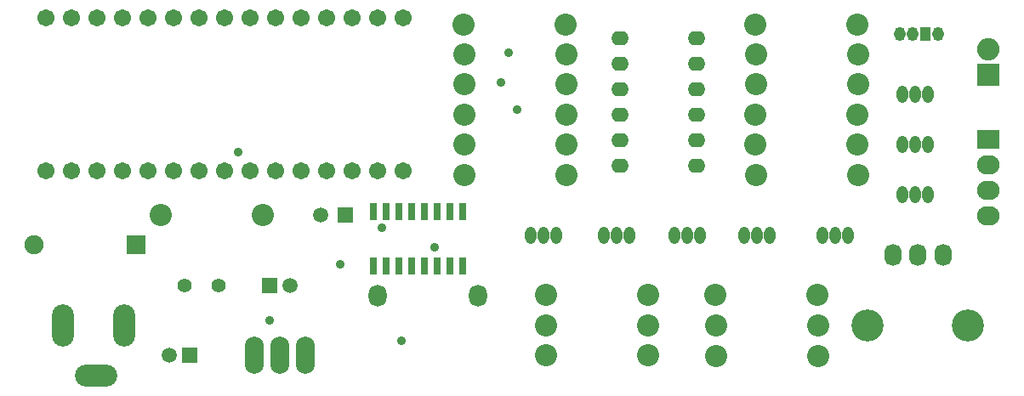
<source format=gbs>
G04 #@! TF.FileFunction,Soldermask,Bot*
%FSLAX46Y46*%
G04 Gerber Fmt 4.6, Leading zero omitted, Abs format (unit mm)*
G04 Created by KiCad (PCBNEW 4.0.2-4+6225~38~ubuntu14.04.1-stable) date dom 13 mar 2016 03:05:58 CET*
%MOMM*%
G01*
G04 APERTURE LIST*
%ADD10C,0.100000*%
%ADD11R,0.803200X1.703200*%
%ADD12C,1.703200*%
%ADD13O,1.727200X1.403200*%
%ADD14C,1.902460*%
%ADD15R,1.902460X1.902460*%
%ADD16R,2.235200X1.930400*%
%ADD17O,2.235200X1.930400*%
%ADD18O,1.102360X1.704340*%
%ADD19C,2.202180*%
%ADD20O,1.103200X1.403200*%
%ADD21R,1.103200X1.403200*%
%ADD22O,1.703200X2.203200*%
%ADD23C,3.203200*%
%ADD24C,1.403200*%
%ADD25O,1.803200X2.203200*%
%ADD26R,2.235200X2.235200*%
%ADD27O,2.235200X2.235200*%
%ADD28O,1.902460X3.703320*%
%ADD29O,2.203200X4.203200*%
%ADD30O,4.203200X2.203200*%
%ADD31R,1.503200X1.503200*%
%ADD32C,1.503200*%
%ADD33C,0.903200*%
G04 APERTURE END LIST*
D10*
D11*
X145755000Y-61700000D03*
X147025000Y-61700000D03*
X148295000Y-61700000D03*
X149565000Y-61700000D03*
X150835000Y-61700000D03*
X152105000Y-61700000D03*
X153375000Y-61700000D03*
X154645000Y-61700000D03*
X154645000Y-67100000D03*
X153375000Y-67100000D03*
X152105000Y-67100000D03*
X150835000Y-67100000D03*
X149565000Y-67100000D03*
X148295000Y-67100000D03*
X147025000Y-67100000D03*
X145755000Y-67100000D03*
D12*
X148780000Y-42380000D03*
X146240000Y-42380000D03*
X143700000Y-42380000D03*
X141160000Y-42380000D03*
X138620000Y-42380000D03*
X136080000Y-42380000D03*
X133540000Y-42380000D03*
X131000000Y-42380000D03*
X128460000Y-42380000D03*
X125920000Y-42380000D03*
X123380000Y-42380000D03*
X120840000Y-42380000D03*
X118300000Y-42380000D03*
X115760000Y-42380000D03*
X113220000Y-42380000D03*
X113220000Y-57620000D03*
X115760000Y-57620000D03*
X118300000Y-57620000D03*
X120840000Y-57620000D03*
X123380000Y-57620000D03*
X125920000Y-57620000D03*
X128460000Y-57620000D03*
X131000000Y-57620000D03*
X133540000Y-57620000D03*
X136080000Y-57620000D03*
X138620000Y-57620000D03*
X141160000Y-57620000D03*
X143700000Y-57620000D03*
X146240000Y-57620000D03*
X148780000Y-57620000D03*
D13*
X170380000Y-44380000D03*
X170380000Y-46920000D03*
X170380000Y-49460000D03*
X170380000Y-52000000D03*
X170380000Y-54540000D03*
X170380000Y-57080000D03*
X178000000Y-44380000D03*
X178000000Y-46920000D03*
X178000000Y-49460000D03*
X178000000Y-52000000D03*
X178000000Y-54540000D03*
X178000000Y-57080000D03*
D14*
X112000000Y-65000000D03*
D15*
X122160000Y-65000000D03*
D16*
X207000000Y-54460000D03*
D17*
X207000000Y-57000000D03*
X207000000Y-59540000D03*
X207000000Y-62080000D03*
D18*
X199730000Y-50000000D03*
X198460000Y-50000000D03*
X201000000Y-50000000D03*
X199730000Y-55000000D03*
X198460000Y-55000000D03*
X201000000Y-55000000D03*
X199700000Y-60000000D03*
X198430000Y-60000000D03*
X200970000Y-60000000D03*
X162730000Y-64000000D03*
X161460000Y-64000000D03*
X164000000Y-64000000D03*
X170000000Y-64000000D03*
X168730000Y-64000000D03*
X171270000Y-64000000D03*
X191730000Y-64000000D03*
X190460000Y-64000000D03*
X193000000Y-64000000D03*
X177000000Y-64000000D03*
X175730000Y-64000000D03*
X178270000Y-64000000D03*
X184000000Y-64000000D03*
X182730000Y-64000000D03*
X185270000Y-64000000D03*
D19*
X194000000Y-52000000D03*
X183840000Y-52000000D03*
X194000000Y-55000000D03*
X183840000Y-55000000D03*
X194030600Y-58013600D03*
X183870600Y-58013600D03*
X183840000Y-43000000D03*
X194000000Y-43000000D03*
X183850000Y-49000000D03*
X194010000Y-49000000D03*
X183850000Y-46000000D03*
X194010000Y-46000000D03*
X173160000Y-76000000D03*
X163000000Y-76000000D03*
X165000000Y-46000000D03*
X154840000Y-46000000D03*
X173160000Y-70000000D03*
X163000000Y-70000000D03*
X165000000Y-55000000D03*
X154840000Y-55000000D03*
X173160000Y-73000000D03*
X163000000Y-73000000D03*
X164910000Y-43000000D03*
X154750000Y-43000000D03*
X165000000Y-49000000D03*
X154840000Y-49000000D03*
X165000000Y-52000000D03*
X154840000Y-52000000D03*
X165000000Y-58000000D03*
X154840000Y-58000000D03*
X190000000Y-70000000D03*
X179840000Y-70000000D03*
X190060000Y-76100000D03*
X179900000Y-76100000D03*
X190060000Y-73000000D03*
X179900000Y-73000000D03*
X134797800Y-62026800D03*
X124637800Y-62026800D03*
D20*
X199466200Y-44000000D03*
D21*
X200736200Y-44000000D03*
D20*
X198196200Y-44000000D03*
X202006200Y-44000000D03*
D22*
X200000000Y-66000000D03*
X202500000Y-66000000D03*
X197500000Y-66000000D03*
D23*
X205000000Y-73000000D03*
X195000000Y-73000000D03*
D24*
X130400000Y-69000000D03*
X127000000Y-69000000D03*
D25*
X146184600Y-70053200D03*
X156184600Y-70053200D03*
D26*
X207000000Y-48000000D03*
D27*
X207000000Y-45460000D03*
D28*
X136460000Y-76000000D03*
X139000000Y-76000000D03*
X133920000Y-76000000D03*
D29*
X121000000Y-73000000D03*
X114850000Y-73000000D03*
D30*
X118150000Y-78000000D03*
D31*
X135500000Y-69000000D03*
D32*
X137500000Y-69000000D03*
D31*
X127500000Y-76000000D03*
D32*
X125500000Y-76000000D03*
D31*
X143000000Y-62000000D03*
D32*
X140500000Y-62000000D03*
D33*
X151900000Y-65200000D03*
X146600000Y-63300000D03*
X159251868Y-45818301D03*
X158520798Y-48789721D03*
X160108196Y-51483239D03*
X148545822Y-74539031D03*
X135500000Y-72500000D03*
X142497241Y-66902759D03*
X132300000Y-55700000D03*
M02*

</source>
